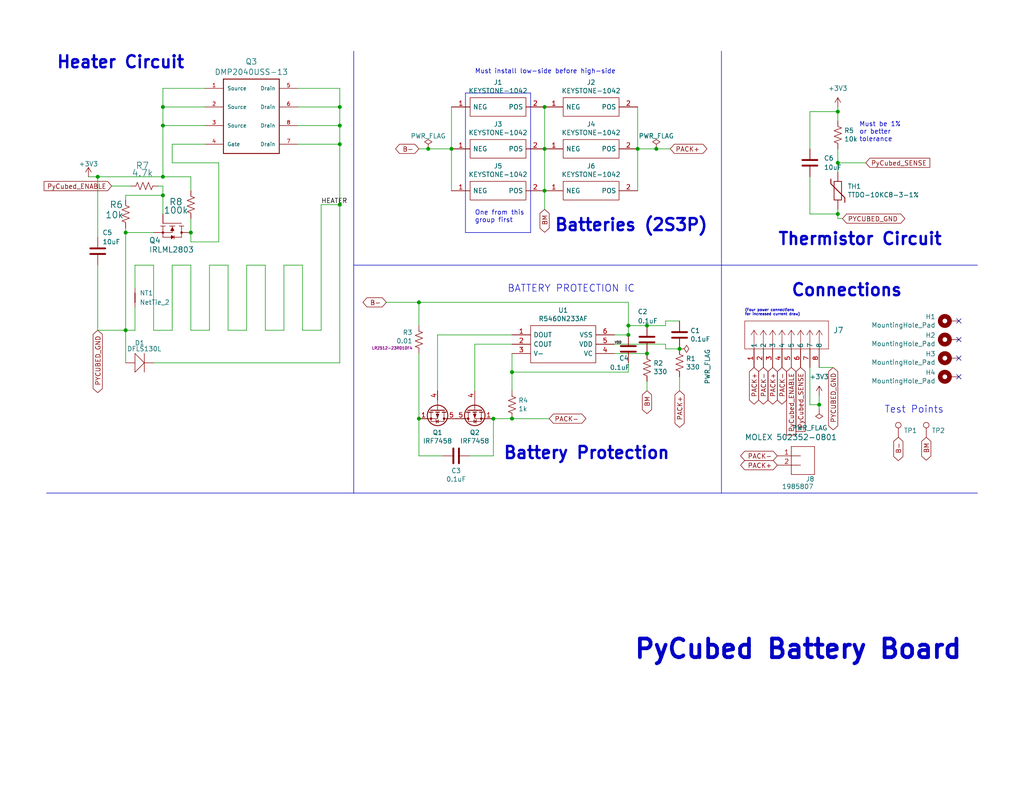
<source format=kicad_sch>
(kicad_sch (version 20250114) (generator "eeschema") (generator_version "9.0")
  (paper "USLetter")
  (title_block (title "PiCubed Battery Board") (date "2025-04-05") (rev "2.3") (company "SSI") (comment 1 "Original design by Max Holliday, edited by Grant Regen and Sage Wu"))
  (lib_symbols
    (symbol "Connector:TestPoint" (pin_numbers (hide yes)) (pin_names (offset 0.762) (hide yes))
      (property "Reference" "TP" (at 0 6.858 0))
      (property "Value" "TestPoint" (at 0 5.08 0))
      (symbol "TestPoint_0_1"
        (circle (center 0 3.302) (radius 0.762))
      )
      (symbol "TestPoint_1_1"
        (pin passive line (at 0 0 90) (length 2.54) (name "1") (number "1"))
      )
    )
    (symbol "Device:C" (pin_numbers (hide yes)) (pin_names (offset 0.254))
      (property "Reference" "C" (at 0.635 2.54 0))
      (property "Value" "C" (at 0.635 -2.54 0))
      (symbol "C_0_1"
        (polyline (pts (xy -2.032 0.762) (xy 2.032 0.762)) (stroke (width 0.508)))
        (polyline (pts (xy -2.032 -0.762) (xy 2.032 -0.762)) (stroke (width 0.508)))
      )
      (symbol "C_1_1"
        (pin passive line (at 0 3.81 270) (length 2.794) (name "~") (number "1"))
        (pin passive line (at 0 -3.81 90) (length 2.794) (name "~") (number "2"))
      )
    )
    (symbol "Device:NetTie_2" (pin_numbers (hide yes)) (pin_names (offset 0) (hide yes)) (in_bom no)
      (property "Reference" "NT" (at 0 1.27 0))
      (property "Value" "NetTie_2" (at 0 -1.27 0))
      (symbol "NetTie_2_0_1"
        (polyline (pts (xy -1.27 0) (xy 1.27 0)) (stroke (width 0.254)))
      )
      (symbol "NetTie_2_1_1"
        (pin passive line (at -2.54 0 0) (length 2.54) (name "1") (number "1"))
        (pin passive line (at 2.54 0 180) (length 2.54) (name "2") (number "2"))
      )
    )
    (symbol "Device:R_US" (pin_numbers (hide yes)) (pin_names (offset 0))
      (property "Reference" "R" (at 2.54 0 90))
      (property "Value" "R_US" (at -2.54 0 90))
      (symbol "R_US_0_1"
        (polyline (pts (xy 0 2.286) (xy 0 2.54)))
        (polyline (pts (xy 0 2.286) (xy 1.016 1.905) (xy 0 1.524) (xy -1.016 1.143) (xy 0 0.762)))
        (polyline (pts (xy 0 0.762) (xy 1.016 0.381) (xy 0 0) (xy -1.016 -0.381) (xy 0 -0.762)))
        (polyline (pts (xy 0 -0.762) (xy 1.016 -1.143) (xy 0 -1.524) (xy -1.016 -1.905) (xy 0 -2.286)))
        (polyline (pts (xy 0 -2.286) (xy 0 -2.54)))
      )
      (symbol "R_US_1_1"
        (pin passive line (at 0 3.81 270) (length 1.27) (name "~") (number "1"))
        (pin passive line (at 0 -3.81 90) (length 1.27) (name "~") (number "2"))
      )
    )
    (symbol "Device:Thermistor" (pin_numbers (hide yes)) (pin_names (offset 0))
      (property "Reference" "TH" (at 2.54 1.27 90))
      (property "Value" "Thermistor" (at -2.54 0 90))
      (symbol "Thermistor_0_1"
        (polyline (pts (xy -1.905 3.175) (xy -1.905 1.905) (xy 1.905 -1.905) (xy 1.905 -3.175) (xy 1.905 -3.175)) (stroke (width 0.254)))
        (rectangle (start -1.016 2.54) (end 1.016 -2.54) (stroke (width 0.2032)))
      )
      (symbol "Thermistor_1_1"
        (pin passive line (at 0 5.08 270) (length 2.54) (name "~") (number "1"))
        (pin passive line (at 0 -5.08 90) (length 2.54) (name "~") (number "2"))
      )
    )
    (symbol "Mechanical:MountingHole_Pad" (pin_numbers (hide yes)) (pin_names (offset 1.016) (hide yes)) (exclude_from_sim yes) (in_bom no)
      (property "Reference" "H" (at 0 6.35 0))
      (property "Value" "MountingHole_Pad" (at 0 4.445 0))
      (symbol "MountingHole_Pad_0_1"
        (circle (center 0 1.27) (radius 1.27) (stroke (width 1.27)))
      )
      (symbol "MountingHole_Pad_1_1"
        (pin input line (at 0 -2.54 90) (length 2.54) (name "1") (number "1"))
      )
    )
    (symbol "power:+3V3" (power) (pin_numbers (hide yes)) (pin_names (offset 0) (hide yes))
      (property "Value" "+3V3" (at 0 3.556 0))
      (symbol "+3V3_0_1"
        (polyline (pts (xy -0.762 1.27) (xy 0 2.54)))
        (polyline (pts (xy 0 2.54) (xy 0.762 1.27)))
        (polyline (pts (xy 0 0) (xy 0 2.54)))
      )
      (symbol "+3V3_1_1"
        (pin power_in line (at 0 0 90) (length 0) (name "~") (number "1"))
      )
    )
    (symbol "power:PWR_FLAG" (power) (pin_numbers (hide yes)) (pin_names (offset 0) (hide yes))
      (property "Value" "PWR_FLAG" (at 0 3.81 0))
      (symbol "PWR_FLAG_0_0"
        (pin power_out line (at 0 0 90) (length 0) (name "~") (number "1"))
      )
      (symbol "PWR_FLAG_0_1"
        (polyline (pts (xy 0 0) (xy 0 1.27) (xy -1.016 1.905) (xy 0 2.54) (xy 1.016 1.905) (xy 0 1.27)))
      )
    )
    (symbol "ssi_IC:R5460N233AF" (pin_names (offset 0.762))
      (property "Reference" "U" (at 12.7 3.81 0))
      (property "Value" "R5460N233AF" (at 7.62 -8.89 0))
      (symbol "R5460N233AF_0_0"
        (pin output line (at 0 0 0) (length 5.08) (name "DOUT") (number "1"))
        (pin output line (at 0 -2.54 0) (length 5.08) (name "COUT") (number "2"))
        (pin input line (at 0 -5.08 0) (length 5.08) (name "V-") (number "3"))
        (pin power_in line (at 27.94 0 180) (length 5.08) (name "VSS") (number "6"))
        (pin power_in line (at 27.94 -2.54 180) (length 5.08) (name "VDD") (number "5"))
        (pin input line (at 27.94 -5.08 180) (length 5.08) (name "VC") (number "4"))
      )
      (symbol "R5460N233AF_0_1"
        (polyline (pts (xy 5.08 2.54) (xy 22.86 2.54) (xy 22.86 -7.62) (xy 5.08 -7.62) (xy 5.08 2.54)) (stroke (width 0.1524)))
      )
    )
    (symbol "ssi_connector:1985807" (pin_names (offset 1.016))
      (property "Reference" "JP" (at -2.54 5.842 0))
      (property "Value" "1985807" (at -2.54 -5.08 0))
      (symbol "1985807_1_0"
        (polyline (pts (xy -2.54 5.08) (xy -2.54 -2.54)))
        (polyline (pts (xy -2.54 5.08) (xy 3.81 5.08)))
        (polyline (pts (xy 1.27 2.54) (xy 2.54 2.54)))
        (polyline (pts (xy 1.27 0) (xy 2.54 0)))
        (polyline (pts (xy 3.81 -2.54) (xy -2.54 -2.54)))
        (polyline (pts (xy 3.81 -2.54) (xy 3.81 5.08)))
        (pin passive line (at 7.62 2.54 180) (length 5.08) (name "2") (number "2"))
        (pin passive line (at 7.62 0 180) (length 5.08) (name "1") (number "1"))
      )
    )
    (symbol "ssi_connector:502352-0801" (pin_names (offset 0.254))
      (property "Reference" "J7" (at 10.16 -21.59 90))
      (property "Value" "MOLEX 502352-0801" (at -19.05 2.54 90))
      (symbol "502352-0801_1_1"
        (polyline (pts (xy 5.08 2.54) (xy 5.08 -20.32)) (stroke (width 0.127)))
        (polyline (pts (xy 5.08 -20.32) (xy 12.7 -20.32)) (stroke (width 0.127)))
        (polyline (pts (xy 10.16 0) (xy 5.08 0)) (stroke (width 0.127)))
        (polyline (pts (xy 10.16 0) (xy 8.89 0.8467)) (stroke (width 0.127)))
        (polyline (pts (xy 10.16 0) (xy 8.89 -0.8467)) (stroke (width 0.127)))
        (polyline (pts (xy 10.16 -2.54) (xy 5.08 -2.54)) (stroke (width 0.127)))
        (polyline (pts (xy 10.16 -2.54) (xy 8.89 -1.6933)) (stroke (width 0.127)))
        (polyline (pts (xy 10.16 -2.54) (xy 8.89 -3.3867)) (stroke (width 0.127)))
        (polyline (pts (xy 10.16 -5.08) (xy 5.08 -5.08)) (stroke (width 0.127)))
        (polyline (pts (xy 10.16 -5.08) (xy 8.89 -4.2333)) (stroke (width 0.127)))
        (polyline (pts (xy 10.16 -5.08) (xy 8.89 -5.9267)) (stroke (width 0.127)))
        (polyline (pts (xy 10.16 -7.62) (xy 5.08 -7.62)) (stroke (width 0.127)))
        (polyline (pts (xy 10.16 -7.62) (xy 8.89 -6.7733)) (stroke (width 0.127)))
        (polyline (pts (xy 10.16 -7.62) (xy 8.89 -8.4667)) (stroke (width 0.127)))
        (polyline (pts (xy 10.16 -10.16) (xy 5.08 -10.16)) (stroke (width 0.127)))
        (polyline (pts (xy 10.16 -10.16) (xy 8.89 -9.3133)) (stroke (width 0.127)))
        (polyline (pts (xy 10.16 -10.16) (xy 8.89 -11.0067)) (stroke (width 0.127)))
        (polyline (pts (xy 10.16 -12.7) (xy 5.08 -12.7)) (stroke (width 0.127)))
        (polyline (pts (xy 10.16 -12.7) (xy 8.89 -11.8533)) (stroke (width 0.127)))
        (polyline (pts (xy 10.16 -12.7) (xy 8.89 -13.5467)) (stroke (width 0.127)))
        (polyline (pts (xy 10.16 -15.24) (xy 5.08 -15.24)) (stroke (width 0.127)))
        (polyline (pts (xy 10.16 -15.24) (xy 8.89 -14.3933)) (stroke (width 0.127)))
        (polyline (pts (xy 10.16 -15.24) (xy 8.89 -16.0867)) (stroke (width 0.127)))
        (polyline (pts (xy 10.16 -17.78) (xy 5.08 -17.78)) (stroke (width 0.127)))
        (polyline (pts (xy 10.16 -17.78) (xy 8.89 -16.9333)) (stroke (width 0.127)))
        (polyline (pts (xy 10.16 -17.78) (xy 8.89 -18.6267)) (stroke (width 0.127)))
        (polyline (pts (xy 12.7 2.54) (xy 5.08 2.54)) (stroke (width 0.127)))
        (polyline (pts (xy 12.7 -20.32) (xy 12.7 2.54)) (stroke (width 0.127)))
        (pin passive line (at 0 0 0) (length 5.08) (name "1") (number "1"))
        (pin passive line (at 0 -2.54 0) (length 5.08) (name "2") (number "2"))
        (pin passive line (at 0 -5.08 0) (length 5.08) (name "3") (number "3"))
        (pin passive line (at 0 -7.62 0) (length 5.08) (name "4") (number "4"))
        (pin passive line (at 0 -10.16 0) (length 5.08) (name "5") (number "5"))
        (pin passive line (at 0 -12.7 0) (length 5.08) (name "6") (number "6"))
        (pin passive line (at 0 -15.24 0) (length 5.08) (name "7") (number "7"))
        (pin passive line (at 0 -17.78 0) (length 5.08) (name "8") (number "8"))
      )
    )
    (symbol "ssi_connector:Keystone-1042" (pin_names (offset 0.762))
      (property "Reference" "J" (at 11.43 6.35 0))
      (property "Value" "Keystone-1042" (at 10.16 3.81 0))
      (symbol "Keystone-1042_0_0"
        (pin power_out line (at 0 0 0) (length 5.08) (name "NEG") (number "1"))
        (pin power_out line (at 25.4 0 180) (length 5.08) (name "POS") (number "2"))
      )
      (symbol "Keystone-1042_0_1"
        (polyline (pts (xy 5.08 2.54) (xy 20.32 2.54) (xy 20.32 -2.54) (xy 5.08 -2.54) (xy 5.08 2.54)) (stroke (width 0.1524)))
      )
    )
    (symbol "ssi_diode:DFLS130L" (pin_names (offset 1.016))
      (property "Reference" "D" (at 0 2.54 0))
      (property "Value" "DFLS130L" (at 0 -5.08 0))
      (symbol "DFLS130L_1_0"
        (polyline (pts (xy 0 2.54) (xy 0 -2.54)))
        (polyline (pts (xy 0 -2.54) (xy 2.54 0)))
        (polyline (pts (xy 2.54 2.54) (xy 2.54 -2.54)))
        (polyline (pts (xy 2.54 0) (xy 0 2.54)))
        (pin bidirectional line (at -2.54 0 0) (length 2.54) (name "A") (number "A"))
        (pin bidirectional line (at 5.08 0 180) (length 2.54) (name "C") (number "C"))
      )
    )
    (symbol "ssi_transistor:DMP2040USS-13" (pin_names (offset 1.016))
      (property "Reference" "Q" (at -7.62 10.287 0))
      (property "Value" "DMP2040USS-13" (at -7.493 -12.065 0))
      (symbol "DMP2040USS-13_0_0"
        (polyline (pts (xy -7.62 10.16) (xy 7.62 10.16)) (stroke (width 0.254)))
        (polyline (pts (xy -7.62 -10.16) (xy -7.62 10.16)) (stroke (width 0.254)))
        (polyline (pts (xy 7.62 10.16) (xy 7.62 -10.16)) (stroke (width 0.254)))
        (polyline (pts (xy 7.62 -10.16) (xy -7.62 -10.16)) (stroke (width 0.254)))
        (pin bidirectional line (at -12.7 7.62 0) (length 5.08) (name "Source") (number "1"))
        (pin bidirectional line (at -12.7 2.54 0) (length 5.08) (name "Source") (number "2"))
        (pin bidirectional line (at -12.7 -2.54 0) (length 5.08) (name "Source") (number "3"))
        (pin bidirectional line (at -12.7 -7.62 0) (length 5.08) (name "Gate") (number "4"))
        (pin bidirectional line (at 12.7 7.62 180) (length 5.08) (name "Drain") (number "5"))
        (pin bidirectional line (at 12.7 2.54 180) (length 5.08) (name "Drain") (number "6"))
        (pin bidirectional line (at 12.7 -2.54 180) (length 5.08) (name "Drain") (number "8"))
        (pin bidirectional line (at 12.7 -7.62 180) (length 5.08) (name "Drain") (number "7"))
      )
    )
    (symbol "ssi_transistor:IRF7458" (pin_names (hide yes))
      (property "Reference" "Q1" (at 6.3246 0 90))
      (property "Value" "IRF7458" (at 8.636 0 90))
      (symbol "IRF7458_0_1"
        (polyline (pts (xy 0.254 1.905) (xy 0.254 -1.905)) (stroke (width 0.254)))
        (polyline (pts (xy 0.254 0) (xy -2.54 0)))
        (polyline (pts (xy 0.762 2.286) (xy 0.762 1.27)) (stroke (width 0.254)))
        (polyline (pts (xy 0.762 1.778) (xy 3.302 1.778) (xy 3.302 -1.778) (xy 0.762 -1.778)))
        (polyline (pts (xy 0.762 0.508) (xy 0.762 -0.508)) (stroke (width 0.254)))
        (polyline (pts (xy 0.762 -1.27) (xy 0.762 -2.286)) (stroke (width 0.254)))
        (circle (center 1.651 0) (radius 2.794) (stroke (width 0.254)))
        (polyline (pts (xy 2.286 0) (xy 1.27 0.381) (xy 1.27 -0.381) (xy 2.286 0)) (fill (type outline)))
        (polyline (pts (xy 2.54 2.54) (xy 2.54 1.778)))
        (circle (center 2.54 1.778) (radius 0.254) (fill (type outline)))
        (circle (center 2.54 -1.778) (radius 0.254) (fill (type outline)))
        (polyline (pts (xy 2.54 -2.54) (xy 2.54 0) (xy 0.762 0)))
        (polyline (pts (xy 2.794 -0.508) (xy 2.921 -0.381) (xy 3.683 -0.381) (xy 3.81 -0.254)))
        (polyline (pts (xy 3.302 -0.381) (xy 2.921 0.254) (xy 3.683 0.254) (xy 3.302 -0.381)))
      )
      (symbol "IRF7458_1_1"
        (pin passive line (at -5.08 0 0) (length 2.54) (name "G") (number "4"))
        (pin passive line (at 2.54 5.08 270) (length 2.54) (name "D") (number "5"))
        (pin passive line (at 2.54 5.08 270) (length 2.54) (hide yes) (name "D") (number "6"))
        (pin passive line (at 2.54 5.08 270) (length 2.54) (hide yes) (name "D") (number "7"))
        (pin passive line (at 2.54 5.08 270) (length 2.54) (hide yes) (name "D") (number "8"))
        (pin passive line (at 2.54 -5.08 90) (length 2.54) (name "S") (number "1"))
        (pin passive line (at 2.54 -5.08 90) (length 2.54) (hide yes) (name "S") (number "2"))
        (pin passive line (at 2.54 -5.08 90) (length 2.54) (hide yes) (name "S") (number "3"))
      )
    )
    (symbol "ssi_transistor:IRLML2803TRPBF" (pin_names (offset 1.016))
      (property "Reference" "Q" (at -11.43 1.27 0))
      (property "Value" "IRLML2803TRPBF" (at -11.43 3.81 0))
      (symbol "IRLML2803TRPBF_1_0"
        (polyline (pts (xy 0 2.54) (xy 0 -2.54)))
        (polyline (pts (xy 0.762 3.175) (xy 0.762 2.54)))
        (polyline (pts (xy 0.762 2.54) (xy 0.762 1.905)))
        (polyline (pts (xy 0.762 2.54) (xy 3.81 2.54)))
        (polyline (pts (xy 0.762 0.762) (xy 0.762 0)))
        (polyline (pts (xy 0.762 0) (xy 0.762 -0.762)))
        (polyline (pts (xy 0.762 0) (xy 2.54 0)))
        (polyline (pts (xy 0.762 -1.905) (xy 0.762 -2.54)))
        (polyline (pts (xy 0.762 -2.54) (xy 0.762 -3.175)))
        (polyline (pts (xy 1.016 0) (xy 2.032 0.508) (xy 2.032 -0.508)) (fill (type outline)))
        (circle (center 2.54 2.54) (radius 0.254))
        (polyline (pts (xy 2.54 0) (xy 2.54 -2.54)))
        (polyline (pts (xy 2.54 -2.54) (xy 0.762 -2.54)))
        (polyline (pts (xy 2.54 -2.54) (xy 3.81 -2.54)))
        (circle (center 2.54 -2.54) (radius 0.254))
        (polyline (pts (xy 3.302 0.508) (xy 3.81 0.508)))
        (polyline (pts (xy 3.81 2.54) (xy 3.81 0.508)))
        (polyline (pts (xy 3.81 0.508) (xy 3.81 -0.508)))
        (polyline (pts (xy 3.81 0.508) (xy 4.318 0.508)))
        (polyline (pts (xy 3.81 0.508) (xy 3.302 -0.254) (xy 4.318 -0.254)) (fill (type outline)))
        (polyline (pts (xy 3.81 -0.508) (xy 3.81 -2.54)))
        (pin passive line (at -2.54 -2.54 0) (length 2.54) (name "G") (number "1"))
        (pin passive line (at 2.54 5.08 270) (length 2.54) (name "D") (number "3"))
        (pin passive line (at 2.54 -5.08 90) (length 2.54) (name "S") (number "2"))
      )
    )
  )
  (text "Connections" (at 246.38 81.28 0) (effects (font (size 3.2766 3.2766) (thickness 0.6553) (bold yes)) (justify right bottom)))
  (text "(Four power connections \nfor increased current draw)" (at 203.2 86.36 0) (effects (font (size 0.7112 0.7112)) (justify left bottom)))
  (text "One from this \ngroup first" (at 129.54 60.96 0) (effects (font (size 1.27 1.27)) (justify left bottom)))
  (text "Must be 1%\nor better\ntolerance" (at 234.442 38.862 0) (effects (font (size 1.27 1.27)) (justify left bottom)))
  (text "PyCubed Battery Board" (at 172.72 180.34 0) (effects (font (size 5.08 5.08) (thickness 1.016) (bold yes)) (justify left bottom)))
  (text "Batteries (2S3P)" (at 151.13 63.5 0) (effects (font (size 3.2766 3.2766) (thickness 0.6553) (bold yes)) (justify left bottom)))
  (text "Heater Circuit" (at 15.24 19.05 0) (effects (font (size 3.2766 3.2766) (thickness 0.6553) (bold yes)) (justify left bottom)))
  (text "Test Points" (at 241.3 113.03 0) (effects (font (size 1.905 1.905)) (justify left bottom)))
  (text "Battery Protection" (at 137.16 125.73 0) (effects (font (size 3.2766 3.2766) (thickness 0.6553) (bold yes)) (justify left bottom)))
  (text "Must install low-side before high-side" (at 129.54 20.32 0) (effects (font (size 1.27 1.27)) (justify left bottom)))
  (text "Thermistor Circuit" (at 212.09 67.31 0) (effects (font (size 3.2766 3.2766) (thickness 0.6553) (bold yes)) (justify left bottom)))
  (text "BATTERY PROTECTION IC" (at 138.43 80.01 0) (effects (font (size 1.905 1.905)) (justify left bottom)))
  (junction (at 34.29 90.17))
  (junction (at 185.42 95.25))
  (junction (at 116.84 40.64))
  (junction (at 139.7 114.3))
  (junction (at 228.6 44.45))
  (junction (at 92.71 29.21))
  (junction (at 139.7 101.6))
  (junction (at 171.45 88.9))
  (junction (at 92.71 34.29))
  (junction (at 44.45 29.21))
  (junction (at 171.45 91.44))
  (junction (at 148.59 52.07))
  (junction (at 92.71 39.37))
  (junction (at 44.45 53.34))
  (junction (at 114.3 82.55))
  (junction (at 223.52 110.49))
  (junction (at 26.67 48.26))
  (junction (at 148.59 29.21))
  (junction (at 173.99 40.64))
  (junction (at 123.19 40.64))
  (junction (at 228.6 58.42))
  (junction (at 92.71 55.88))
  (junction (at 228.6 30.48))
  (junction (at 176.53 96.52))
  (junction (at 179.07 40.64))
  (junction (at 52.07 63.5))
  (junction (at 176.53 88.9))
  (junction (at 34.29 63.5))
  (junction (at 148.59 40.64))
  (junction (at 114.3 114.3))
  (junction (at 134.62 114.3))
  (junction (at 44.45 48.26))
  (junction (at 44.45 34.29))
  (no_connect (at 261.62 102.87))
  (no_connect (at 261.62 92.71))
  (no_connect (at 261.62 97.79))
  (no_connect (at 261.62 87.63))
  (wire (pts (xy 82.55 72.39) (xy 77.47 72.39)))
  (wire (pts (xy 171.45 82.55) (xy 114.3 82.55)))
  (wire (pts (xy 44.45 48.26) (xy 44.45 34.29)))
  (wire (pts (xy 46.99 90.17) (xy 41.91 90.17)))
  (wire (pts (xy 171.45 99.06) (xy 171.45 101.6)))
  (wire (pts (xy 114.3 124.46) (xy 114.3 114.3)))
  (wire (pts (xy 148.59 52.07) (xy 148.59 57.15)))
  (wire (pts (xy 52.07 72.39) (xy 46.99 72.39)))
  (wire (pts (xy 139.7 106.68) (xy 139.7 101.6)))
  (wire (pts (xy 36.83 72.39) (xy 36.83 78.74)))
  (wire (pts (xy 46.99 72.39) (xy 46.99 90.17)))
  (wire (pts (xy 30.48 50.8) (xy 35.56 50.8)))
  (wire (pts (xy 34.29 53.34) (xy 44.45 53.34)))
  (wire (pts (xy 59.69 44.45) (xy 46.99 44.45)))
  (wire (pts (xy 92.71 29.21) (xy 92.71 34.29)))
  (wire (pts (xy 176.53 88.9) (xy 181.61 88.9)))
  (wire (pts (xy 41.91 63.5) (xy 34.29 63.5)))
  (wire (pts (xy 62.23 90.17) (xy 62.23 72.39)))
  (wire (pts (xy 59.69 66.04) (xy 59.69 44.45)))
  (wire (pts (xy 67.31 72.39) (xy 67.31 90.17)))
  (wire (pts (xy 44.45 48.26) (xy 52.07 48.26)))
  (wire (pts (xy 41.91 90.17) (xy 41.91 72.39)))
  (wire (pts (xy 223.52 107.95) (xy 223.52 110.49)))
  (polyline (pts (xy 127 25.4) (xy 144.78 25.4)))
  (wire (pts (xy 119.38 91.44) (xy 139.7 91.44)))
  (wire (pts (xy 123.19 52.07) (xy 123.19 40.64)))
  (wire (pts (xy 114.3 40.64) (xy 116.84 40.64)))
  (wire (pts (xy 220.98 40.64) (xy 220.98 30.48)))
  (wire (pts (xy 41.91 99.06) (xy 92.71 99.06)))
  (wire (pts (xy 176.53 106.68) (xy 176.53 104.14)))
  (wire (pts (xy 114.3 114.3) (xy 114.3 96.52)))
  (wire (pts (xy 123.19 40.64) (xy 123.19 29.21)))
  (wire (pts (xy 52.07 90.17) (xy 52.07 72.39)))
  (wire (pts (xy 119.38 106.68) (xy 119.38 91.44)))
  (wire (pts (xy 57.15 90.17) (xy 52.07 90.17)))
  (wire (pts (xy 57.15 72.39) (xy 57.15 90.17)))
  (wire (pts (xy 87.63 90.17) (xy 82.55 90.17)))
  (wire (pts (xy 44.45 24.13) (xy 55.88 24.13)))
  (wire (pts (xy 92.71 55.88) (xy 92.71 39.37)))
  (wire (pts (xy 223.52 111.76) (xy 223.52 110.49)))
  (wire (pts (xy 128.27 124.46) (xy 134.62 124.46)))
  (wire (pts (xy 223.52 110.49) (xy 220.98 110.49)))
  (wire (pts (xy 228.6 44.45) (xy 228.6 40.64)))
  (wire (pts (xy 26.67 90.17) (xy 34.29 90.17)))
  (wire (pts (xy 173.99 40.64) (xy 179.07 40.64)))
  (wire (pts (xy 167.64 91.44) (xy 171.45 91.44)))
  (wire (pts (xy 185.42 106.68) (xy 185.42 102.87)))
  (wire (pts (xy 72.39 90.17) (xy 72.39 72.39)))
  (wire (pts (xy 46.99 44.45) (xy 46.99 39.37)))
  (wire (pts (xy 67.31 90.17) (xy 62.23 90.17)))
  (wire (pts (xy 77.47 72.39) (xy 77.47 90.17)))
  (wire (pts (xy 171.45 88.9) (xy 176.53 88.9)))
  (wire (pts (xy 87.63 55.88) (xy 87.63 90.17)))
  (wire (pts (xy 171.45 88.9) (xy 171.45 91.44)))
  (wire (pts (xy 148.59 40.64) (xy 148.59 52.07)))
  (wire (pts (xy 181.61 88.9) (xy 181.61 87.63)))
  (wire (pts (xy 44.45 29.21) (xy 44.45 34.29)))
  (wire (pts (xy 92.71 55.88) (xy 87.63 55.88)))
  (polyline (pts (xy 12.7 134.62) (xy 96.52 134.62)))
  (wire (pts (xy 134.62 114.3) (xy 139.7 114.3)))
  (wire (pts (xy 181.61 87.63) (xy 185.42 87.63)))
  (wire (pts (xy 171.45 101.6) (xy 139.7 101.6)))
  (wire (pts (xy 171.45 88.9) (xy 171.45 82.55)))
  (wire (pts (xy 77.47 90.17) (xy 72.39 90.17)))
  (wire (pts (xy 114.3 82.55) (xy 105.41 82.55)))
  (polyline (pts (xy 96.52 134.62) (xy 96.52 13.97)))
  (wire (pts (xy 228.6 59.69) (xy 228.6 58.42)))
  (wire (pts (xy 129.54 93.98) (xy 129.54 106.68)))
  (wire (pts (xy 26.67 72.39) (xy 26.67 90.17)))
  (wire (pts (xy 81.28 29.21) (xy 92.71 29.21)))
  (wire (pts (xy 34.29 53.34) (xy 34.29 54.61)))
  (wire (pts (xy 72.39 72.39) (xy 67.31 72.39)))
  (wire (pts (xy 44.45 50.8) (xy 44.45 53.34)))
  (wire (pts (xy 24.13 48.26) (xy 26.67 48.26)))
  (wire (pts (xy 134.62 124.46) (xy 134.62 114.3)))
  (wire (pts (xy 52.07 66.04) (xy 52.07 63.5)))
  (wire (pts (xy 34.29 63.5) (xy 34.29 90.17)))
  (wire (pts (xy 228.6 58.42) (xy 228.6 57.15)))
  (wire (pts (xy 34.29 90.17) (xy 36.83 90.17)))
  (wire (pts (xy 120.65 124.46) (xy 114.3 124.46)))
  (wire (pts (xy 34.29 62.23) (xy 34.29 63.5)))
  (wire (pts (xy 228.6 30.48) (xy 228.6 33.02)))
  (wire (pts (xy 36.83 83.82) (xy 36.83 90.17)))
  (wire (pts (xy 92.71 29.21) (xy 92.71 24.13)))
  (wire (pts (xy 92.71 34.29) (xy 92.71 39.37)))
  (wire (pts (xy 44.45 34.29) (xy 55.88 34.29)))
  (wire (pts (xy 149.86 114.3) (xy 139.7 114.3)))
  (wire (pts (xy 139.7 101.6) (xy 139.7 96.52)))
  (wire (pts (xy 44.45 53.34) (xy 44.45 58.42)))
  (wire (pts (xy 81.28 24.13) (xy 92.71 24.13)))
  (wire (pts (xy 26.67 48.26) (xy 44.45 48.26)))
  (wire (pts (xy 228.6 46.99) (xy 228.6 44.45)))
  (wire (pts (xy 92.71 99.06) (xy 92.71 55.88)))
  (wire (pts (xy 181.61 93.98) (xy 181.61 95.25)))
  (wire (pts (xy 220.98 58.42) (xy 220.98 48.26)))
  (wire (pts (xy 52.07 59.69) (xy 52.07 63.5)))
  (polyline (pts (xy 144.78 25.4) (xy 144.78 63.5)))
  (wire (pts (xy 148.59 29.21) (xy 148.59 40.64)))
  (polyline (pts (xy 144.78 63.5) (xy 127 63.5)))
  (polyline (pts (xy 196.85 13.97) (xy 196.85 134.62)))
  (wire (pts (xy 179.07 40.64) (xy 182.88 40.64)))
  (wire (pts (xy 227.33 100.33) (xy 223.52 100.33)))
  (polyline (pts (xy 96.52 72.39) (xy 266.7 72.39)))
  (wire (pts (xy 173.99 52.07) (xy 173.99 40.64)))
  (wire (pts (xy 228.6 44.45) (xy 236.22 44.45)))
  (polyline (pts (xy 96.52 134.62) (xy 266.7 134.62)))
  (wire (pts (xy 114.3 82.55) (xy 114.3 88.9)))
  (wire (pts (xy 26.67 48.26) (xy 26.67 64.77)))
  (wire (pts (xy 220.98 110.49) (xy 220.98 100.33)))
  (polyline (pts (xy 127 63.5) (xy 127 25.4)))
  (wire (pts (xy 34.29 90.17) (xy 34.29 99.06)))
  (wire (pts (xy 229.87 59.69) (xy 228.6 59.69)))
  (wire (pts (xy 44.45 29.21) (xy 44.45 24.13)))
  (wire (pts (xy 52.07 48.26) (xy 52.07 52.07)))
  (wire (pts (xy 41.91 72.39) (xy 36.83 72.39)))
  (wire (pts (xy 62.23 72.39) (xy 57.15 72.39)))
  (wire (pts (xy 82.55 72.39) (xy 82.55 90.17)))
  (wire (pts (xy 46.99 39.37) (xy 55.88 39.37)))
  (wire (pts (xy 167.64 93.98) (xy 181.61 93.98)))
  (wire (pts (xy 173.99 40.64) (xy 173.99 29.21)))
  (wire (pts (xy 220.98 30.48) (xy 228.6 30.48)))
  (wire (pts (xy 81.28 34.29) (xy 92.71 34.29)))
  (wire (pts (xy 181.61 95.25) (xy 185.42 95.25)))
  (wire (pts (xy 167.64 96.52) (xy 176.53 96.52)))
  (wire (pts (xy 220.98 58.42) (xy 228.6 58.42)))
  (wire (pts (xy 116.84 40.64) (xy 123.19 40.64)))
  (wire (pts (xy 129.54 93.98) (xy 139.7 93.98)))
  (wire (pts (xy 44.45 29.21) (xy 55.88 29.21)))
  (wire (pts (xy 52.07 66.04) (xy 59.69 66.04)))
  (wire (pts (xy 81.28 39.37) (xy 92.71 39.37)))
  (wire (pts (xy 228.6 29.21) (xy 228.6 30.48)))
  (wire (pts (xy 43.18 50.8) (xy 44.45 50.8)))
  (label "HEATER" (at 87.63 55.88 0))
  (label "VDD" (at 167.64 93.98 0) (effects (font (size 0.635 0.635))))
  (global_label "PACK+" (shape bidirectional) (at 210.82 100.33 270) (property "Intersheetrefs" "${INTERSHEET_REFS}" (effects (hide yes))))
  (global_label "PyCubed_ENABLE" (shape input) (at 215.9 100.33 270) (property "Intersheetrefs" "${INTERSHEET_REFS}" (effects (hide yes))))
  (global_label "PYCUBED_GND" (shape bidirectional) (at 227.33 100.33 270) (property "Intersheetrefs" "${INTERSHEET_REFS}" (effects (hide yes))))
  (global_label "PACK+" (shape bidirectional) (at 212.09 127 180) (property "Intersheetrefs" "${INTERSHEET_REFS}" (effects (hide yes))))
  (global_label "PyCubed_ENABLE" (shape input) (at 30.48 50.8 180) (property "Intersheetrefs" "${INTERSHEET_REFS}" (effects (hide yes))))
  (global_label "PYCUBED_GND" (shape bidirectional) (at 229.87 59.69 0) (property "Intersheetrefs" "${INTERSHEET_REFS}" (effects (hide yes))))
  (global_label "PACK+" (shape bidirectional) (at 185.42 106.68 270) (property "Intersheetrefs" "${INTERSHEET_REFS}" (effects (hide yes))))
  (global_label "PACK-" (shape bidirectional) (at 212.09 124.46 180) (property "Intersheetrefs" "${INTERSHEET_REFS}" (effects (hide yes))))
  (global_label "B-" (shape bidirectional) (at 114.3 40.64 180) (property "Intersheetrefs" "${INTERSHEET_REFS}" (effects (hide yes))))
  (global_label "B-" (shape bidirectional) (at 245.11 119.38 270) (property "Intersheetrefs" "${INTERSHEET_REFS}" (effects (hide yes))))
  (global_label "B-" (shape bidirectional) (at 105.41 82.55 180) (property "Intersheetrefs" "${INTERSHEET_REFS}" (effects (hide yes))))
  (global_label "BM" (shape bidirectional) (at 176.53 106.68 270) (property "Intersheetrefs" "${INTERSHEET_REFS}" (effects (hide yes))))
  (global_label "PACK-" (shape bidirectional) (at 149.86 114.3 0) (property "Intersheetrefs" "${INTERSHEET_REFS}" (effects (hide yes))))
  (global_label "BM" (shape bidirectional) (at 148.59 57.15 270) (property "Intersheetrefs" "${INTERSHEET_REFS}" (effects (hide yes))))
  (global_label "PACK-" (shape bidirectional) (at 208.28 100.33 270) (property "Intersheetrefs" "${INTERSHEET_REFS}" (effects (hide yes))))
  (global_label "PyCubed_SENSE" (shape input) (at 218.44 100.33 270) (property "Intersheetrefs" "${INTERSHEET_REFS}" (effects (hide yes))))
  (global_label "PyCubed_SENSE" (shape input) (at 236.22 44.45 0) (property "Intersheetrefs" "${INTERSHEET_REFS}" (effects (hide yes))))
  (global_label "PYCUBED_GND" (shape bidirectional) (at 26.67 90.17 270) (property "Intersheetrefs" "${INTERSHEET_REFS}" (effects (hide yes))))
  (global_label "PACK+" (shape bidirectional) (at 205.74 100.33 270) (property "Intersheetrefs" "${INTERSHEET_REFS}" (effects (hide yes))))
  (global_label "PACK-" (shape bidirectional) (at 213.36 100.33 270) (property "Intersheetrefs" "${INTERSHEET_REFS}" (effects (hide yes))))
  (global_label "BM" (shape bidirectional) (at 252.73 119.38 270) (property "Intersheetrefs" "${INTERSHEET_REFS}" (effects (hide yes))))
  (global_label "PACK+" (shape bidirectional) (at 182.88 40.64 0) (property "Intersheetrefs" "${INTERSHEET_REFS}" (effects (hide yes))))
  (symbol (lib_id "ssi_connector:Keystone-1042") (at 148.59 29.21 0) (unit 1)
    (property "Reference" "J2" (at 161.29 22.479 0))
    (property "Value" "KEYSTONE-1042" (at 161.29 24.7904 0))
    (property "Footprint" "ssi_connector:Keystone_1042" (effects (hide yes)))
    (property "Datasheet" "http://www.mouser.com/ds/2/215/042-744829.pdf" (effects (hide yes)))
    (property "Description" "Cylindrical Battery Contacts, Clips, Holders & Springs 18650 S/M PC BATTERY HOLDER" (effects (hide yes)))
    (property "Manufacturer_Name" "Keystone Electronics" (effects (hide yes)))
    (property "Manufacturer_Part_Number" "1042" (effects (hide yes)))
    (property "Mouser Part Number" "534-1042" (effects (hide yes)))
    (property "Mouser Price/Stock" "https://www.mouser.com/Search/Refine.aspx?Keyword=534-1042" (effects (hide yes)))
  )
  (symbol (lib_id "ssi_connector:Keystone-1042") (at 123.19 29.21 0) (unit 1)
    (property "Reference" "J1" (at 135.89 22.479 0))
    (property "Value" "KEYSTONE-1042" (at 135.89 24.7904 0))
    (property "Footprint" "ssi_connector:Keystone_1042" (effects (hide yes)))
    (property "Datasheet" "http://www.mouser.com/ds/2/215/042-744829.pdf" (effects (hide yes)))
    (property "Description" "Cylindrical Battery Contacts, Clips, Holders & Springs 18650 S/M PC BATTERY HOLDER" (effects (hide yes)))
    (property "Manufacturer_Name" "Keystone Electronics" (effects (hide yes)))
    (property "Manufacturer_Part_Number" "1042" (effects (hide yes)))
    (property "Mouser Part Number" "534-1042" (effects (hide yes)))
    (property "Mouser Price/Stock" "https://www.mouser.com/Search/Refine.aspx?Keyword=534-1042" (effects (hide yes)))
  )
  (symbol (lib_id "ssi_connector:Keystone-1042") (at 123.19 40.64 0) (unit 1)
    (property "Reference" "J3" (at 135.89 33.909 0))
    (property "Value" "KEYSTONE-1042" (at 135.89 36.2204 0))
    (property "Footprint" "ssi_connector:Keystone_1042" (effects (hide yes)))
    (property "Datasheet" "http://www.mouser.com/ds/2/215/042-744829.pdf" (effects (hide yes)))
    (property "Description" "Cylindrical Battery Contacts, Clips, Holders & Springs 18650 S/M PC BATTERY HOLDER" (effects (hide yes)))
    (property "Manufacturer_Name" "Keystone Electronics" (effects (hide yes)))
    (property "Manufacturer_Part_Number" "1042" (effects (hide yes)))
    (property "Mouser Part Number" "534-1042" (effects (hide yes)))
    (property "Mouser Price/Stock" "https://www.mouser.com/Search/Refine.aspx?Keyword=534-1042" (effects (hide yes)))
  )
  (symbol (lib_id "ssi_connector:Keystone-1042") (at 148.59 40.64 0) (unit 1)
    (property "Reference" "J4" (at 161.29 33.909 0))
    (property "Value" "KEYSTONE-1042" (at 161.29 36.2204 0))
    (property "Footprint" "ssi_connector:Keystone_1042" (effects (hide yes)))
    (property "Datasheet" "http://www.mouser.com/ds/2/215/042-744829.pdf" (effects (hide yes)))
    (property "Description" "Cylindrical Battery Contacts, Clips, Holders & Springs 18650 S/M PC BATTERY HOLDER" (effects (hide yes)))
    (property "Manufacturer_Name" "Keystone Electronics" (effects (hide yes)))
    (property "Manufacturer_Part_Number" "1042" (effects (hide yes)))
    (property "Mouser Part Number" "534-1042" (effects (hide yes)))
    (property "Mouser Price/Stock" "https://www.mouser.com/Search/Refine.aspx?Keyword=534-1042" (effects (hide yes)))
  )
  (symbol (lib_id "ssi_connector:Keystone-1042") (at 123.19 52.07 0) (unit 1)
    (property "Reference" "J5" (at 135.89 45.339 0))
    (property "Value" "KEYSTONE-1042" (at 135.89 47.6504 0))
    (property "Footprint" "ssi_connector:Keystone_1042" (effects (hide yes)))
    (property "Datasheet" "http://www.mouser.com/ds/2/215/042-744829.pdf" (effects (hide yes)))
    (property "Description" "Cylindrical Battery Contacts, Clips, Holders & Springs 18650 S/M PC BATTERY HOLDER" (effects (hide yes)))
    (property "Manufacturer_Name" "Keystone Electronics" (effects (hide yes)))
    (property "Manufacturer_Part_Number" "1042" (effects (hide yes)))
    (property "Mouser Part Number" "534-1042" (effects (hide yes)))
    (property "Mouser Price/Stock" "https://www.mouser.com/Search/Refine.aspx?Keyword=534-1042" (effects (hide yes)))
  )
  (symbol (lib_id "ssi_connector:Keystone-1042") (at 148.59 52.07 0) (unit 1)
    (property "Reference" "J6" (at 161.29 45.339 0))
    (property "Value" "KEYSTONE-1042" (at 161.29 47.6504 0))
    (property "Footprint" "ssi_connector:Keystone_1042" (effects (hide yes)))
    (property "Datasheet" "http://www.mouser.com/ds/2/215/042-744829.pdf" (effects (hide yes)))
    (property "Description" "Cylindrical Battery Contacts, Clips, Holders & Springs 18650 S/M PC BATTERY HOLDER" (effects (hide yes)))
    (property "Manufacturer_Name" "Keystone Electronics" (effects (hide yes)))
    (property "Manufacturer_Part_Number" "1042" (effects (hide yes)))
    (property "Mouser Part Number" "534-1042" (effects (hide yes)))
    (property "Mouser Price/Stock" "https://www.mouser.com/Search/Refine.aspx?Keyword=534-1042" (effects (hide yes)))
  )
  (symbol (lib_id "ssi_IC:R5460N233AF") (at 139.7 91.44 0) (unit 1)
    (property "Reference" "U1" (at 153.67 84.709 0))
    (property "Value" "R5460N233AF" (at 153.67 87.0204 0))
    (property "Footprint" "Package_TO_SOT_SMD:SOT-23-6" (effects (hide yes)))
    (property "Datasheet" "http://www.mouser.com/datasheet/2/792/r5460-e-1085730.pdf" (effects (hide yes)))
    (property "Description" "Battery Management 2-Cell Li-ion Protection IC" (effects (hide yes)))
    (property "Height" "1.3" (effects (hide yes)))
    (property "Manufacturer_Name" "Ricoh Electronic Devices Company" (effects (hide yes)))
    (property "Manufacturer_Part_Number" "R5460N233AF-TR-FE" (effects (hide yes)))
    (property "Mouser Part Number" "848-R5460N233AFTRFE" (effects (hide yes)))
    (property "Mouser Price/Stock" "https://www.mouser.com/Search/Refine.aspx?Keyword=848-R5460N233AFTRFE" (effects (hide yes)))
  )
  (symbol (lib_id "Connector:TestPoint") (at 245.11 119.38 0) (unit 1)
    (property "Reference" "TP1" (at 246.5832 117.5512 0) (effects (justify left)))
    (property "Value" "TestPoint" (effects (hide yes)))
    (property "Footprint" "TestPoint:TestPoint_Loop_D1.80mm_Drill1.0mm_Beaded" (effects (hide yes)))
    (property "DNP" "DNP" (effects (hide yes)))
  )
  (symbol (lib_id "Connector:TestPoint") (at 252.73 119.38 0) (unit 1)
    (property "Reference" "TP2" (at 254.2032 117.5512 0) (effects (justify left)))
    (property "Value" "TestPoint" (effects (hide yes)))
    (property "Footprint" "TestPoint:TestPoint_Loop_D1.80mm_Drill1.0mm_Beaded" (effects (hide yes)))
    (property "DNP" "DNP" (effects (hide yes)))
  )
  (symbol (lib_id "ssi_transistor:IRF7458") (at 129.54 111.76 90) (mirror x) (unit 1)
    (property "Reference" "Q2" (at 129.54 118.0846 90))
    (property "Value" "IRF7458" (at 129.54 120.396 90))
    (property "Footprint" "Package_SO:SOIC-8_3.9x4.9mm_P1.27mm" (effects (hide yes)))
    (property "Datasheet" "https://www.infineon.com/dgdl/irf7458pbf.pdf?fileId=5546d462533600a4015355fecb231bfe" (effects (hide yes)))
    (property "Description" "N-Channel 30 V 14A (Ta) 2.5W (Ta) Surface Mount 8-SO" (effects (hide yes)))
  )
  (symbol (lib_id "ssi_transistor:IRF7458") (at 119.38 111.76 270) (unit 1)
    (property "Reference" "Q1" (at 119.38 118.0846 90))
    (property "Value" "IRF7458" (at 119.38 120.396 90))
    (property "Footprint" "Package_SO:SOIC-8_3.9x4.9mm_P1.27mm" (effects (hide yes)))
    (property "Datasheet" "https://www.infineon.com/dgdl/irf7458pbf.pdf?fileId=5546d462533600a4015355fecb231bfe" (effects (hide yes)))
    (property "Description" "N-Channel 30 V 14A (Ta) 2.5W (Ta) Surface Mount 8-SO" (effects (hide yes)))
  )
  (symbol (lib_id "Device:R_US") (at 176.53 100.33 180) (unit 1)
    (property "Reference" "R2" (at 178.2572 99.1616 0) (effects (justify right)))
    (property "Value" "330" (at 178.2572 101.473 0) (effects (justify right)))
    (property "Footprint" "Resistor_SMD:R_0603_1608Metric" (effects (hide yes)))
  )
  (symbol (lib_id "Device:C") (at 176.53 92.71 0) (unit 1)
    (property "Reference" "C2" (at 173.99 85.09 0) (effects (justify left)))
    (property "Value" "0.1uF" (at 173.99 87.63 0) (effects (justify left)))
    (property "Footprint" "Capacitor_SMD:C_0603_1608Metric" (effects (hide yes)))
  )
  (symbol (lib_id "Device:C") (at 185.42 91.44 0) (unit 1)
    (property "Reference" "C1" (at 188.341 90.2716 0) (effects (justify left)))
    (property "Value" "0.1uF" (at 188.341 92.583 0) (effects (justify left)))
    (property "Footprint" "Capacitor_SMD:C_0603_1608Metric" (effects (hide yes)))
  )
  (symbol (lib_id "Device:R_US") (at 185.42 99.06 180) (unit 1)
    (property "Reference" "R1" (at 187.1472 97.8916 0) (effects (justify right)))
    (property "Value" "330" (at 187.1472 100.203 0) (effects (justify right)))
    (property "Footprint" "Resistor_SMD:R_0603_1608Metric" (effects (hide yes)))
  )
  (symbol (lib_id "Device:R_US") (at 139.7 110.49 0) (unit 1)
    (property "Reference" "R4" (at 141.4272 109.3216 0) (effects (justify left)))
    (property "Value" "1k" (at 141.4272 111.633 0) (effects (justify left)))
    (property "Footprint" "Resistor_SMD:R_0603_1608Metric" (effects (hide yes)))
    (property "Manufacturer_Part_Number" "LR2512-23R010F4" (effects (hide yes)))
  )
  (symbol (lib_id "Device:C") (at 171.45 95.25 0) (unit 1)
    (property "Reference" "C4" (at 168.91 97.79 0) (effects (justify left)))
    (property "Value" "0.1uF" (at 166.37 100.33 0) (effects (justify left)))
    (property "Footprint" "Capacitor_SMD:C_0603_1608Metric" (effects (hide yes)))
  )
  (symbol (lib_id "Device:R_US") (at 114.3 92.71 0) (unit 1)
    (property "Reference" "R3" (at 112.5728 90.7796 0) (effects (justify right)))
    (property "Value" "0.01" (at 112.5728 93.091 0) (effects (justify right)))
    (property "Footprint" "Resistor_SMD:R_2512_6332Metric" (effects (hide yes)))
    (property "PN" "LR2512-23R010F4" (at 112.5728 95.0214 0) (effects (font (size 0.762 0.762)) (justify right)))
  )
  (symbol (lib_id "Device:C") (at 124.46 124.46 90) (unit 1)
    (property "Reference" "C3" (at 124.46 128.524 90))
    (property "Value" "0.1uF" (at 124.46 130.8354 90))
    (property "Footprint" "Capacitor_SMD:C_0603_1608Metric" (effects (hide yes)))
  )
  (symbol (lib_id "Mechanical:MountingHole_Pad") (at 259.08 87.63 90) (mirror x) (unit 1) (exclude_from_sim yes) (in_bom no)
    (property "Reference" "H1" (at 255.27 86.4616 90) (effects (justify left)))
    (property "Value" "MountingHole_Pad" (at 255.27 88.773 90) (effects (justify left)))
    (property "Footprint" "ssi_mountinghole:MountingHole_3.2mm_M3_DIN965_PadMOD" (effects (hide yes)))
    (property "DNP" "DNP" (effects (hide yes)))
  )
  (symbol (lib_id "Mechanical:MountingHole_Pad") (at 259.08 92.71 90) (mirror x) (unit 1) (exclude_from_sim yes) (in_bom no)
    (property "Reference" "H2" (at 255.27 91.5416 90) (effects (justify left)))
    (property "Value" "MountingHole_Pad" (at 255.27 93.853 90) (effects (justify left)))
    (property "Footprint" "ssi_mountinghole:MountingHole_3.2mm_M3_DIN965_PadMOD" (effects (hide yes)))
    (property "DNP" "DNP" (effects (hide yes)))
  )
  (symbol (lib_id "Mechanical:MountingHole_Pad") (at 259.08 97.79 90) (mirror x) (unit 1) (exclude_from_sim yes) (in_bom no)
    (property "Reference" "H3" (at 255.27 96.6216 90) (effects (justify left)))
    (property "Value" "MountingHole_Pad" (at 255.27 98.933 90) (effects (justify left)))
    (property "Footprint" "ssi_mountinghole:MountingHole_3.2mm_M3_DIN965_PadMOD" (effects (hide yes)))
    (property "DNP" "DNP" (effects (hide yes)))
  )
  (symbol (lib_id "Mechanical:MountingHole_Pad") (at 259.08 102.87 90) (mirror x) (unit 1) (exclude_from_sim yes) (in_bom no)
    (property "Reference" "H4" (at 255.27 101.7016 90) (effects (justify left)))
    (property "Value" "MountingHole_Pad" (at 255.27 104.013 90) (effects (justify left)))
    (property "Footprint" "ssi_mountinghole:MountingHole_3.2mm_M3_DIN965_PadMOD" (effects (hide yes)))
    (property "DNP" "DNP" (effects (hide yes)))
  )
  (symbol (lib_id "ssi_connector:1985807") (at 219.71 124.46 180) (unit 1)
    (property "Reference" "J8" (at 222.25 130.81 0) (effects (justify left)))
    (property "Value" "1985807" (at 221.996 132.842 0) (effects (justify left)))
    (property "Footprint" "ssi_connector:1985807" (effects (hide yes)))
    (property "Datasheet" "https://www.mouser.com/datasheet/2/324/4/1985807-1458929.pdf" (effects (hide yes)))
    (property "Description" "2-pin Screw Terminal - Side Entry" (effects (hide yes)))
    (property "DNP" "DNP" (effects (hide yes)))
  )
  (symbol (lib_id "Device:Thermistor") (at 228.6 52.07 0) (unit 1)
    (property "Reference" "TH1" (at 231.267 50.9016 0) (effects (justify left)))
    (property "Value" "TTDO-10KC8-3-1%" (at 231.267 53.213 0) (effects (justify left)))
    (property "Footprint" "Resistor_THT:R_Axial_DIN0204_L3.6mm_D1.6mm_P5.08mm_Horizontal" (effects (hide yes)))
  )
  (symbol (lib_id "Device:R_US") (at 39.37 50.8 270) (unit 1)
    (property "Reference" "R7" (at 38.862 46.228 90) (effects (font (size 1.778 1.778)) (justify bottom)))
    (property "Value" "4.7k" (at 38.862 46.228 90) (effects (font (size 1.778 1.778)) (justify top)))
    (property "Footprint" "Resistor_SMD:R_0603_1608Metric" (effects (hide yes)))
    (property "Description" "Resistor, US symbol" (effects (hide yes)))
  )
  (symbol (lib_id "power:PWR_FLAG") (at 223.52 111.76 180) (unit 1)
    (property "Reference" "#FLG01" (effects (hide yes)))
    (property "Value" "PWR_FLAG" (at 220.98 116.84 0))
  )
  (symbol (lib_id "Device:NetTie_2") (at 36.83 81.28 90) (unit 1) (in_bom no)
    (property "Reference" "NT1" (at 38.1 80.01 90) (effects (justify right)))
    (property "Value" "NetTie_2" (at 38.1 82.55 90) (effects (justify right)))
    (property "Footprint" "NetTie:NetTie-2_SMD_Pad0.5mm" (effects (hide yes)))
  )
  (symbol (lib_id "Device:R_US") (at 34.29 58.42 0) (unit 1)
    (property "Reference" "R6" (at 31.75 56.896 0) (effects (font (size 1.778 1.778)) (justify bottom)))
    (property "Value" "10k" (at 31.242 57.658 0) (effects (font (size 1.778 1.778)) (justify top)))
    (property "Footprint" "Resistor_SMD:R_0603_1608Metric" (effects (hide yes)))
    (property "Description" "Resistor, US symbol" (effects (hide yes)))
  )
  (symbol (lib_id "power:PWR_FLAG") (at 179.07 40.64 0) (unit 1)
    (property "Reference" "#FLG02" (effects (hide yes)))
    (property "Value" "PWR_FLAG" (at 179.07 37.1381 0))
  )
  (symbol (lib_id "power:+3V3") (at 228.6 29.21 0) (unit 1)
    (property "Reference" "#PWR02" (effects (hide yes)))
    (property "Value" "+3V3" (at 228.6 24.13 0))
  )
  (symbol (lib_id "power:PWR_FLAG") (at 185.42 95.25 270) (unit 1)
    (property "Reference" "#FLG04" (effects (hide yes)))
    (property "Value" "PWR_FLAG" (at 193.04 95.25 0) (effects (justify left)))
  )
  (symbol (lib_id "ssi_connector:502352-0801") (at 205.74 100.33 90) (unit 1)
    (property "Reference" "J7" (at 227.33 90.17 90) (effects (font (size 1.524 1.524)) (justify right)))
    (property "Value" "MOLEX 502352-0801" (at 203.2 119.38 90) (effects (font (size 1.524 1.524)) (justify right)))
    (property "Footprint" "ssi_connector:Molex_502352-0801" (effects (hide yes)))
    (property "Datasheet" "502352-0801" (effects (hide yes)))
  )
  (symbol (lib_id "ssi_transistor:DMP2040USS-13") (at 68.58 31.75 0) (unit 1)
    (property "Reference" "Q3" (at 68.58 16.8326 0) (effects (font (size 1.524 1.524))))
    (property "Value" "DMP2040USS-13" (at 68.58 19.6655 0) (effects (font (size 1.524 1.524))))
    (property "Footprint" "ssi_transistor:DMP2040USS-13" (effects (hide yes)))
    (property "Datasheet" "https://www.infineon.com/dgdl/irf7404pbf.pdf?fileId=5546d462533600a4015355fa31be1ba0" (effects (hide yes)))
    (property "Description" "P-Channel MOSFET" (effects (hide yes)))
    (property "Field4" "ON Semiconductor" (effects (hide yes)))
    (property "Field7" "IRF7404TRPBF" (effects (hide yes)))
    (property "Field8" "SO-8 ON Semiconductor" (effects (hide yes)))
  )
  (symbol (lib_id "power:PWR_FLAG") (at 116.84 40.64 0) (unit 1)
    (property "Reference" "#FLG03" (effects (hide yes)))
    (property "Value" "PWR_FLAG" (at 116.84 37.1381 0))
  )
  (symbol (lib_id "power:+3V3") (at 223.52 107.95 0) (unit 1)
    (property "Reference" "#PWR01" (effects (hide yes)))
    (property "Value" "+3V3" (at 223.52 102.87 0))
  )
  (symbol (lib_id "ssi_diode:DFLS130L") (at 36.83 99.06 0) (unit 1)
    (property "Reference" "D1" (at 38.1 93.6371 0))
    (property "Value" "DFLS130L" (at 39.37 95.25 0))
    (property "Footprint" "ssi_diode:PWRDI-123" (effects (hide yes)))
    (property "Sim.Device" "D" (effects (hide yes)))
    (property "Sim.Pins" "1=K 2=A" (effects (hide yes)))
  )
  (symbol (lib_id "ssi_transistor:IRLML2803TRPBF") (at 46.99 60.96 270) (unit 1)
    (property "Reference" "Q4" (at 40.64 64.77 90) (effects (font (size 1.4986 1.4986)) (justify left top)))
    (property "Value" "IRLML2803" (at 40.64 67.31 90) (effects (font (size 1.4986 1.4986)) (justify left top)))
    (property "Footprint" "ssi_transistor:SOT-23" (effects (hide yes)))
    (property "Datasheet" "https://www.infineon.com/dgdl/irlml2803pbf.pdf?fileId=5546d462533600a4015356682aff260f" (effects (hide yes)))
    (property "Description" "Single N-Channel MOSFET" (effects (hide yes)))
    (property "Flight" "MMBT2222AT " (effects (hide yes)))
    (property "Manufacturer_Name" "ON Semiconductor" (effects (hide yes)))
    (property "Manufacturer_Part_Number" "MMBT2222AT " (effects (hide yes)))
    (property "Proto" "2302" (effects (hide yes)))
  )
  (symbol (lib_id "Device:C") (at 220.98 44.45 0) (unit 1)
    (property "Reference" "C6" (at 224.79 43.18 0) (effects (justify left)))
    (property "Value" "10uF" (at 224.79 45.72 0) (effects (justify left)))
    (property "Footprint" "Capacitor_SMD:C_0603_1608Metric" (effects (hide yes)))
  )
  (symbol (lib_id "Device:R_US") (at 228.6 36.83 180) (unit 1)
    (property "Reference" "R5" (at 230.3272 35.6616 0) (effects (justify right)))
    (property "Value" "10k" (at 230.3272 37.973 0) (effects (justify right)))
    (property "Footprint" "Resistor_SMD:R_0603_1608Metric" (effects (hide yes)))
  )
  (symbol (lib_id "Device:C") (at 26.67 68.58 0) (unit 1)
    (property "Reference" "C5" (at 27.94 63.5 0) (effects (justify left)))
    (property "Value" "10uF" (at 27.94 66.04 0) (effects (justify left)))
    (property "Footprint" "Capacitor_SMD:C_0603_1608Metric" (effects (hide yes)))
  )
  (symbol (lib_id "Device:R_US") (at 52.07 55.88 180) (unit 1)
    (property "Reference" "R8" (at 48.006 54.102 0) (effects (font (size 1.778 1.778)) (justify bottom)))
    (property "Value" "100k" (at 48.006 58.42 0) (effects (font (size 1.778 1.778)) (justify top)))
    (property "Footprint" "Resistor_SMD:R_0603_1608Metric" (effects (hide yes)))
    (property "Description" "Resistor, US symbol" (effects (hide yes)))
  )
  (symbol (lib_id "power:+3V3") (at 24.13 48.26 0) (unit 1)
    (property "Reference" "#PWR03" (effects (hide yes)))
    (property "Value" "+3V3" (at 24.13 44.7581 0))
  )
)
</source>
